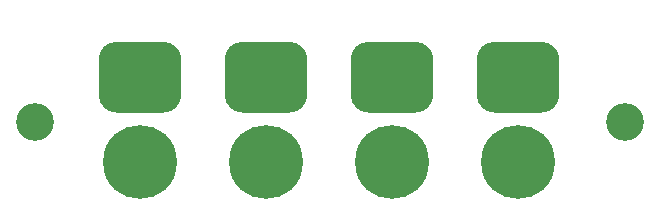
<source format=gbr>
%TF.GenerationSoftware,KiCad,Pcbnew,5.1.9-73d0e3b20d~88~ubuntu20.04.1*%
%TF.CreationDate,2021-01-03T13:42:43+01:00*%
%TF.ProjectId,XT60_panel,58543630-5f70-4616-9e65-6c2e6b696361,rev?*%
%TF.SameCoordinates,Original*%
%TF.FileFunction,Soldermask,Top*%
%TF.FilePolarity,Negative*%
%FSLAX46Y46*%
G04 Gerber Fmt 4.6, Leading zero omitted, Abs format (unit mm)*
G04 Created by KiCad (PCBNEW 5.1.9-73d0e3b20d~88~ubuntu20.04.1) date 2021-01-03 13:42:43*
%MOMM*%
%LPD*%
G01*
G04 APERTURE LIST*
%ADD10C,3.200000*%
%ADD11C,6.250000*%
G04 APERTURE END LIST*
D10*
%TO.C,H1*%
X81758000Y-80010000D03*
%TD*%
%TO.C,H2*%
X131758000Y-80010000D03*
%TD*%
%TO.C,J1*%
G36*
G01*
X88678000Y-73200000D02*
X92678000Y-73200000D01*
G75*
G02*
X94178000Y-74700000I0J-1500000D01*
G01*
X94178000Y-77700000D01*
G75*
G02*
X92678000Y-79200000I-1500000J0D01*
G01*
X88678000Y-79200000D01*
G75*
G02*
X87178000Y-77700000I0J1500000D01*
G01*
X87178000Y-74700000D01*
G75*
G02*
X88678000Y-73200000I1500000J0D01*
G01*
G37*
D11*
X90678000Y-83400000D03*
%TD*%
%TO.C,J2*%
X101346000Y-83400000D03*
G36*
G01*
X99346000Y-73200000D02*
X103346000Y-73200000D01*
G75*
G02*
X104846000Y-74700000I0J-1500000D01*
G01*
X104846000Y-77700000D01*
G75*
G02*
X103346000Y-79200000I-1500000J0D01*
G01*
X99346000Y-79200000D01*
G75*
G02*
X97846000Y-77700000I0J1500000D01*
G01*
X97846000Y-74700000D01*
G75*
G02*
X99346000Y-73200000I1500000J0D01*
G01*
G37*
%TD*%
%TO.C,J3*%
G36*
G01*
X110014000Y-73200000D02*
X114014000Y-73200000D01*
G75*
G02*
X115514000Y-74700000I0J-1500000D01*
G01*
X115514000Y-77700000D01*
G75*
G02*
X114014000Y-79200000I-1500000J0D01*
G01*
X110014000Y-79200000D01*
G75*
G02*
X108514000Y-77700000I0J1500000D01*
G01*
X108514000Y-74700000D01*
G75*
G02*
X110014000Y-73200000I1500000J0D01*
G01*
G37*
X112014000Y-83400000D03*
%TD*%
%TO.C,J4*%
X122682000Y-83400000D03*
G36*
G01*
X120682000Y-73200000D02*
X124682000Y-73200000D01*
G75*
G02*
X126182000Y-74700000I0J-1500000D01*
G01*
X126182000Y-77700000D01*
G75*
G02*
X124682000Y-79200000I-1500000J0D01*
G01*
X120682000Y-79200000D01*
G75*
G02*
X119182000Y-77700000I0J1500000D01*
G01*
X119182000Y-74700000D01*
G75*
G02*
X120682000Y-73200000I1500000J0D01*
G01*
G37*
%TD*%
M02*

</source>
